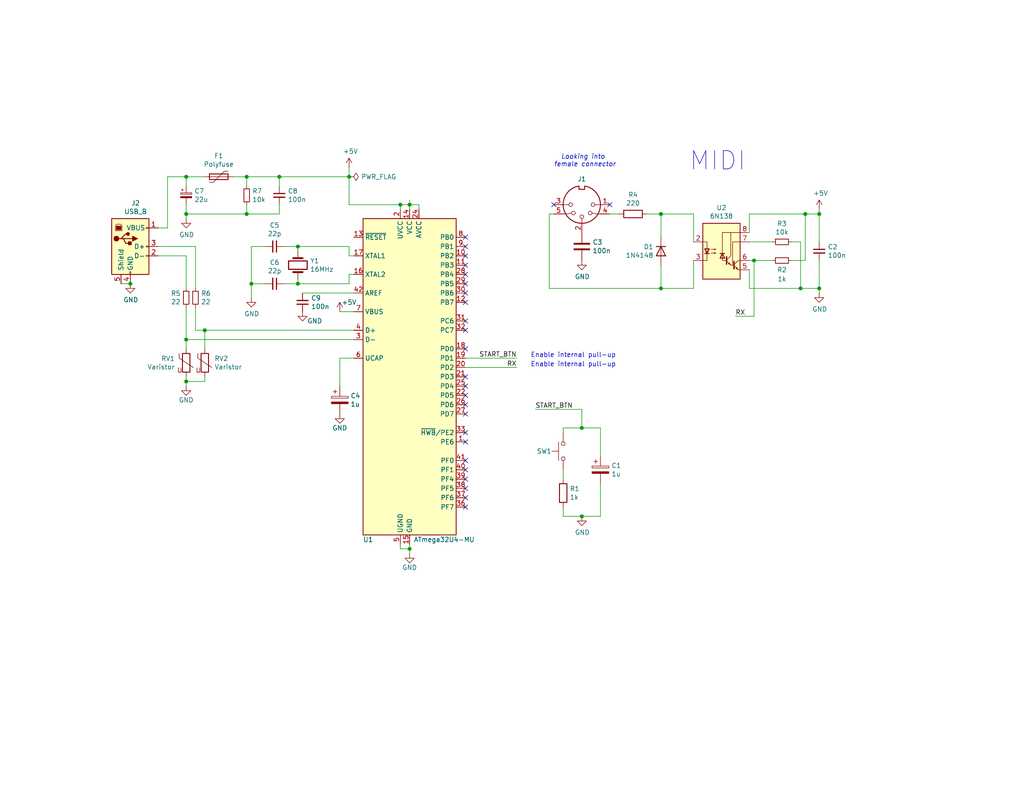
<source format=kicad_sch>
(kicad_sch (version 20211123) (generator eeschema)
  (paper "USLetter")
  (title_block (title "Rock Band 3 MIDI Adapter") (date "2021-10-26") (rev "1") (comment 1 "Designed By: Jason Carrete"))
  (lib_symbols
    (symbol "Connector:DIN-5_180degree" (pin_names (offset 1.016))
      (property "Reference" "J" (at 3.175 5.715 0))
      (property "Value" "DIN-5_180degree" (at 0 -6.35 0))
      (symbol "DIN-5_180degree_0_1"
        (arc (start -5.08 0) (mid -3.8597 -3.3379) (end -0.762 -5.08) (stroke (width 0.254)))
        (circle (center -3.048 0) (radius 0.508))
        (circle (center -2.286 2.286) (radius 0.508))
        (polyline (pts (xy -5.08 0) (xy -3.556 0)))
        (polyline (pts (xy 0 5.08) (xy 0 3.81)))
        (polyline (pts (xy 5.08 0) (xy 3.556 0)))
        (polyline (pts (xy -5.08 2.54) (xy -4.318 2.54) (xy -2.794 2.286)))
        (polyline (pts (xy 5.08 2.54) (xy 4.318 2.54) (xy 2.794 2.286)))
        (polyline (pts (xy -0.762 -4.953) (xy -0.762 -4.191) (xy 0.762 -4.191) (xy 0.762 -4.953)) (stroke (width 0.254)))
        (circle (center 0 3.302) (radius 0.508))
        (arc (start 0.762 -5.08) (mid 3.8673 -3.3444) (end 5.08 0) (stroke (width 0.254)))
        (circle (center 2.286 2.286) (radius 0.508))
        (circle (center 3.048 0) (radius 0.508))
        (arc (start 5.08 0) (mid 0 5.08) (end -5.08 0) (stroke (width 0.254)))
      )
      (symbol "DIN-5_180degree_1_1"
        (pin passive line (at -7.62 0 0) (length 2.54) (name "~") (number "1"))
        (pin passive line (at 0 7.62 270) (length 2.54) (name "~") (number "2"))
        (pin passive line (at 7.62 0 180) (length 2.54) (name "~") (number "3"))
        (pin passive line (at -7.62 2.54 0) (length 2.54) (name "~") (number "4"))
        (pin passive line (at 7.62 2.54 180) (length 2.54) (name "~") (number "5"))
      )
    )
    (symbol "Connector:USB_B" (pin_names (offset 1.016))
      (property "Reference" "J" (at -5.08 11.43 0))
      (property "Value" "USB_B" (at -5.08 8.89 0))
      (symbol "USB_B_0_1"
        (rectangle (start -5.08 -7.62) (end 5.08 7.62) (stroke (width 0.254)) (fill (type background)))
        (circle (center -3.81 2.159) (radius 0.635) (stroke (width 0.254)) (fill (type outline)))
        (rectangle (start -3.81 5.588) (end -2.54 4.572) (fill (type outline)))
        (circle (center -0.635 3.429) (radius 0.381) (stroke (width 0.254)) (fill (type outline)))
        (rectangle (start -0.127 -7.62) (end 0.127 -6.858))
        (polyline (pts (xy -1.905 2.159) (xy 0.635 2.159)) (stroke (width 0.254)))
        (polyline (pts (xy -3.175 2.159) (xy -2.54 2.159) (xy -1.27 3.429) (xy -0.635 3.429)) (stroke (width 0.254)))
        (polyline (pts (xy -2.54 2.159) (xy -1.905 2.159) (xy -1.27 0.889) (xy 0 0.889)) (stroke (width 0.254)))
        (polyline (pts (xy 0.635 2.794) (xy 0.635 1.524) (xy 1.905 2.159) (xy 0.635 2.794)) (stroke (width 0.254)) (fill (type outline)))
        (polyline (pts (xy -4.064 4.318) (xy -2.286 4.318) (xy -2.286 5.715) (xy -2.667 6.096) (xy -3.683 6.096) (xy -4.064 5.715) (xy -4.064 4.318)))
        (rectangle (start 0.254 1.27) (end -0.508 0.508) (stroke (width 0.254)) (fill (type outline)))
        (rectangle (start 5.08 -2.667) (end 4.318 -2.413))
        (rectangle (start 5.08 -0.127) (end 4.318 0.127))
        (rectangle (start 5.08 4.953) (end 4.318 5.207))
      )
      (symbol "USB_B_1_1"
        (pin power_out line (at 7.62 5.08 180) (length 2.54) (name "VBUS") (number "1"))
        (pin bidirectional line (at 7.62 -2.54 180) (length 2.54) (name "D-") (number "2"))
        (pin bidirectional line (at 7.62 0 180) (length 2.54) (name "D+") (number "3"))
        (pin power_out line (at 0 -10.16 90) (length 2.54) (name "GND") (number "4"))
        (pin passive line (at -2.54 -10.16 90) (length 2.54) (name "Shield") (number "5"))
      )
    )
    (symbol "Device:C" (pin_numbers hide) (pin_names (offset 0.254))
      (property "Reference" "C" (at 0.635 2.54 0))
      (property "Value" "C" (at 0.635 -2.54 0))
      (symbol "C_0_1"
        (polyline (pts (xy -2.032 -0.762) (xy 2.032 -0.762)) (stroke (width 0.508)))
        (polyline (pts (xy -2.032 0.762) (xy 2.032 0.762)) (stroke (width 0.508)))
      )
      (symbol "C_1_1"
        (pin passive line (at 0 3.81 270) (length 2.794) (name "~") (number "1"))
        (pin passive line (at 0 -3.81 90) (length 2.794) (name "~") (number "2"))
      )
    )
    (symbol "Device:CP" (pin_numbers hide) (pin_names (offset 0.254))
      (property "Reference" "C" (at 0.635 2.54 0))
      (property "Value" "Device_CP" (at 0.635 -2.54 0))
      (symbol "CP_0_1"
        (rectangle (start -2.286 0.508) (end 2.286 1.016))
        (polyline (pts (xy -1.778 2.286) (xy -0.762 2.286)))
        (polyline (pts (xy -1.27 2.794) (xy -1.27 1.778)))
        (rectangle (start 2.286 -0.508) (end -2.286 -1.016) (fill (type outline)))
      )
      (symbol "CP_1_1"
        (pin passive line (at 0 3.81 270) (length 2.794) (name "~") (number "1"))
        (pin passive line (at 0 -3.81 90) (length 2.794) (name "~") (number "2"))
      )
    )
    (symbol "Device:CP_Small" (pin_numbers hide) (pin_names (offset 0.254) hide)
      (property "Reference" "C" (at 0.254 1.778 0))
      (property "Value" "Device_CP_Small" (at 0.254 -2.032 0))
      (symbol "CP_Small_0_1"
        (rectangle (start -1.524 -0.3048) (end 1.524 -0.6858) (fill (type outline)))
        (rectangle (start -1.524 0.6858) (end 1.524 0.3048))
        (polyline (pts (xy -1.27 1.524) (xy -0.762 1.524)))
        (polyline (pts (xy -1.016 1.27) (xy -1.016 1.778)))
      )
      (symbol "CP_Small_1_1"
        (pin passive line (at 0 2.54 270) (length 1.8542) (name "~") (number "1"))
        (pin passive line (at 0 -2.54 90) (length 1.8542) (name "~") (number "2"))
      )
    )
    (symbol "Device:C_Small" (pin_numbers hide) (pin_names (offset 0.254) hide)
      (property "Reference" "C" (at 0.254 1.778 0))
      (property "Value" "C_Small" (at 0.254 -2.032 0))
      (symbol "C_Small_0_1"
        (polyline (pts (xy -1.524 -0.508) (xy 1.524 -0.508)) (stroke (width 0.3302)))
        (polyline (pts (xy -1.524 0.508) (xy 1.524 0.508)) (stroke (width 0.3048)))
      )
      (symbol "C_Small_1_1"
        (pin passive line (at 0 2.54 270) (length 2.032) (name "~") (number "1"))
        (pin passive line (at 0 -2.54 90) (length 2.032) (name "~") (number "2"))
      )
    )
    (symbol "Device:Crystal" (pin_numbers hide) (pin_names (offset 1.016) hide)
      (property "Reference" "Y" (at 0 3.81 0))
      (property "Value" "Crystal" (at 0 -3.81 0))
      (symbol "Crystal_0_1"
        (rectangle (start -1.143 2.54) (end 1.143 -2.54) (stroke (width 0.3048)))
        (polyline (pts (xy -2.54 0) (xy -1.905 0)))
        (polyline (pts (xy -1.905 -1.27) (xy -1.905 1.27)) (stroke (width 0.508)))
        (polyline (pts (xy 1.905 -1.27) (xy 1.905 1.27)) (stroke (width 0.508)))
        (polyline (pts (xy 2.54 0) (xy 1.905 0)))
      )
      (symbol "Crystal_1_1"
        (pin passive line (at -3.81 0 0) (length 1.27) (name "1") (number "1"))
        (pin passive line (at 3.81 0 180) (length 1.27) (name "2") (number "2"))
      )
    )
    (symbol "Device:Polyfuse" (pin_numbers hide) (pin_names (offset 0))
      (property "Reference" "F" (at -2.54 0 90))
      (property "Value" "Polyfuse" (at 2.54 0 90))
      (symbol "Polyfuse_0_1"
        (rectangle (start -0.762 2.54) (end 0.762 -2.54) (stroke (width 0.254)))
        (polyline (pts (xy 0 2.54) (xy 0 -2.54)))
        (polyline (pts (xy -1.524 2.54) (xy -1.524 1.524) (xy 1.524 -1.524) (xy 1.524 -2.54)))
      )
      (symbol "Polyfuse_1_1"
        (pin passive line (at 0 3.81 270) (length 1.27) (name "~") (number "1"))
        (pin passive line (at 0 -3.81 90) (length 1.27) (name "~") (number "2"))
      )
    )
    (symbol "Device:R" (pin_numbers hide) (pin_names (offset 0))
      (property "Reference" "R" (at 2.032 0 90))
      (property "Value" "R" (at 0 0 90))
      (symbol "R_0_1"
        (rectangle (start -1.016 -2.54) (end 1.016 2.54) (stroke (width 0.254)))
      )
      (symbol "R_1_1"
        (pin passive line (at 0 3.81 270) (length 1.27) (name "~") (number "1"))
        (pin passive line (at 0 -3.81 90) (length 1.27) (name "~") (number "2"))
      )
    )
    (symbol "Device:R_Small" (pin_numbers hide) (pin_names (offset 0.254) hide)
      (property "Reference" "R" (at 0.762 0.508 0))
      (property "Value" "R_Small" (at 0.762 -1.016 0))
      (symbol "R_Small_0_1"
        (rectangle (start -0.762 1.778) (end 0.762 -1.778) (stroke (width 0.2032)))
      )
      (symbol "R_Small_1_1"
        (pin passive line (at 0 2.54 270) (length 0.762) (name "~") (number "1"))
        (pin passive line (at 0 -2.54 90) (length 0.762) (name "~") (number "2"))
      )
    )
    (symbol "Device:Varistor" (pin_numbers hide) (pin_names (offset 0))
      (property "Reference" "RV" (at 3.175 0 90))
      (property "Value" "Varistor" (at -3.175 0 90))
      (symbol "Varistor_0_0"
        (text "U" (at -1.778 -2.032 0) (effects (font (size 1.27 1.27))))
      )
      (symbol "Varistor_0_1"
        (rectangle (start -1.016 -2.54) (end 1.016 2.54) (stroke (width 0.254)))
        (polyline (pts (xy -1.905 2.54) (xy -1.905 1.27) (xy 1.905 -1.27)))
      )
      (symbol "Varistor_1_1"
        (pin passive line (at 0 3.81 270) (length 1.27) (name "~") (number "1"))
        (pin passive line (at 0 -3.81 90) (length 1.27) (name "~") (number "2"))
      )
    )
    (symbol "Diode:1N4148" (pin_numbers hide) (pin_names (offset 1.016) hide)
      (property "Reference" "D" (at 0 2.54 0))
      (property "Value" "1N4148" (at 0 -2.54 0))
      (symbol "1N4148_0_1"
        (polyline (pts (xy -1.27 1.27) (xy -1.27 -1.27)) (stroke (width 0.254)))
        (polyline (pts (xy 1.27 0) (xy -1.27 0)))
        (polyline (pts (xy 1.27 1.27) (xy 1.27 -1.27) (xy -1.27 0) (xy 1.27 1.27)) (stroke (width 0.254)))
      )
      (symbol "1N4148_1_1"
        (pin passive line (at -3.81 0 0) (length 2.54) (name "K") (number "1"))
        (pin passive line (at 3.81 0 180) (length 2.54) (name "A") (number "2"))
      )
    )
    (symbol "Isolator:6N138" (pin_names (offset 1.016) hide)
      (property "Reference" "U" (at -4.064 8.89 0))
      (property "Value" "6N138" (at 2.286 8.89 0))
      (symbol "6N138_0_1"
        (rectangle (start -5.08 7.62) (end 5.08 -7.62) (stroke (width 0.254)) (fill (type background)))
        (polyline (pts (xy -4.572 -0.635) (xy -3.302 -0.635)) (stroke (width 0.254)))
        (polyline (pts (xy 0.889 -0.635) (xy -0.381 -0.635)) (stroke (width 0.254)))
        (polyline (pts (xy 1.397 -2.667) (xy 2.54 -3.81)))
        (polyline (pts (xy 1.397 -2.413) (xy 2.54 -1.27)))
        (polyline (pts (xy 2.54 -3.81) (xy 3.175 -3.81)))
        (polyline (pts (xy 3.429 -3.937) (xy 4.572 -5.08)))
        (polyline (pts (xy 3.429 -3.683) (xy 4.572 -2.54)))
        (polyline (pts (xy 4.572 -5.08) (xy 5.08 -5.08)))
        (polyline (pts (xy 4.572 -2.54) (xy 5.08 -2.54)))
        (polyline (pts (xy 1.397 -1.524) (xy 1.397 -3.556) (xy 1.397 -3.556)) (stroke (width 0.3556)))
        (polyline (pts (xy 2.54 -1.27) (xy 2.54 5.08) (xy 5.08 5.08)))
        (polyline (pts (xy 3.429 -2.794) (xy 3.429 -4.826) (xy 3.429 -4.826)) (stroke (width 0.3556)))
        (polyline (pts (xy 5.08 2.54) (xy 3.048 2.54) (xy 3.048 -3.81)))
        (polyline (pts (xy -5.08 -2.54) (xy -3.937 -2.54) (xy -3.937 2.54) (xy -5.08 2.54)))
        (polyline (pts (xy -3.937 -0.635) (xy -4.572 0.635) (xy -3.302 0.635) (xy -3.937 -0.635)) (stroke (width 0.254)))
        (polyline (pts (xy 0.254 -0.635) (xy 0.889 -1.905) (xy -0.381 -1.905) (xy 0.254 -0.635)) (stroke (width 0.254)))
        (polyline (pts (xy 1.27 -2.54) (xy 0.254 -2.54) (xy 0.254 5.08) (xy 2.54 5.08)))
        (polyline (pts (xy 2.413 -3.683) (xy 2.159 -3.175) (xy 1.905 -3.429) (xy 2.413 -3.683)))
        (polyline (pts (xy 4.445 -4.953) (xy 4.191 -4.445) (xy 3.937 -4.699) (xy 4.445 -4.953)))
        (polyline (pts (xy -2.794 -0.508) (xy -1.524 -0.508) (xy -1.905 -0.635) (xy -1.905 -0.381) (xy -1.524 -0.508)))
        (polyline (pts (xy -2.794 0.508) (xy -1.524 0.508) (xy -1.905 0.381) (xy -1.905 0.635) (xy -1.524 0.508)))
      )
      (symbol "6N138_1_1"
        (pin no_connect line (at -5.08 5.08 0) (length 2.54) hide (name "NC") (number "1"))
        (pin passive line (at -7.62 2.54 0) (length 2.54) (name "C1") (number "2"))
        (pin passive line (at -7.62 -2.54 0) (length 2.54) (name "C2") (number "3"))
        (pin no_connect line (at -5.08 -5.08 0) (length 2.54) hide (name "NC") (number "4"))
        (pin passive line (at 7.62 -5.08 180) (length 2.54) (name "GND") (number "5"))
        (pin passive line (at 7.62 -2.54 180) (length 2.54) (name "VO2") (number "6"))
        (pin passive line (at 7.62 2.54 180) (length 2.54) (name "VO1") (number "7"))
        (pin passive line (at 7.62 5.08 180) (length 2.54) (name "VCC") (number "8"))
      )
    )
    (symbol "MCU_Microchip_ATmega:ATmega32U4-MU"
      (property "Reference" "U" (at -12.7 44.45 0))
      (property "Value" "MCU_Microchip_ATmega_ATmega32U4-MU" (at 2.54 -44.45 0))
      (symbol "ATmega32U4-MU_0_1"
        (rectangle (start -12.7 -43.18) (end 12.7 43.18) (stroke (width 0.254)) (fill (type background)))
      )
      (symbol "ATmega32U4-MU_1_1"
        (pin bidirectional line (at 15.24 -17.78 180) (length 2.54) (name "PE6") (number "1"))
        (pin bidirectional line (at 15.24 33.02 180) (length 2.54) (name "PB2") (number "10"))
        (pin bidirectional line (at 15.24 30.48 180) (length 2.54) (name "PB3") (number "11"))
        (pin bidirectional line (at 15.24 20.32 180) (length 2.54) (name "PB7") (number "12"))
        (pin input line (at -15.24 38.1 0) (length 2.54) (name "~{RESET}") (number "13"))
        (pin power_in line (at 0 45.72 270) (length 2.54) (name "VCC") (number "14"))
        (pin power_in line (at 0 -45.72 90) (length 2.54) (name "GND") (number "15"))
        (pin output line (at -15.24 27.94 0) (length 2.54) (name "XTAL2") (number "16"))
        (pin input line (at -15.24 33.02 0) (length 2.54) (name "XTAL1") (number "17"))
        (pin bidirectional line (at 15.24 7.62 180) (length 2.54) (name "PD0") (number "18"))
        (pin bidirectional line (at 15.24 5.08 180) (length 2.54) (name "PD1") (number "19"))
        (pin power_in line (at -2.54 45.72 270) (length 2.54) (name "UVCC") (number "2"))
        (pin bidirectional line (at 15.24 2.54 180) (length 2.54) (name "PD2") (number "20"))
        (pin bidirectional line (at 15.24 0 180) (length 2.54) (name "PD3") (number "21"))
        (pin bidirectional line (at 15.24 -5.08 180) (length 2.54) (name "PD5") (number "22"))
        (pin passive line (at 0 -45.72 90) (length 2.54) hide (name "GND") (number "23"))
        (pin power_in line (at 2.54 45.72 270) (length 2.54) (name "AVCC") (number "24"))
        (pin bidirectional line (at 15.24 -2.54 180) (length 2.54) (name "PD4") (number "25"))
        (pin bidirectional line (at 15.24 -7.62 180) (length 2.54) (name "PD6") (number "26"))
        (pin bidirectional line (at 15.24 -10.16 180) (length 2.54) (name "PD7") (number "27"))
        (pin bidirectional line (at 15.24 27.94 180) (length 2.54) (name "PB4") (number "28"))
        (pin bidirectional line (at 15.24 25.4 180) (length 2.54) (name "PB5") (number "29"))
        (pin bidirectional line (at -15.24 10.16 0) (length 2.54) (name "D-") (number "3"))
        (pin bidirectional line (at 15.24 22.86 180) (length 2.54) (name "PB6") (number "30"))
        (pin bidirectional line (at 15.24 15.24 180) (length 2.54) (name "PC6") (number "31"))
        (pin bidirectional line (at 15.24 12.7 180) (length 2.54) (name "PC7") (number "32"))
        (pin bidirectional line (at 15.24 -15.24 180) (length 2.54) (name "~{HWB}/PE2") (number "33"))
        (pin passive line (at 0 45.72 270) (length 2.54) hide (name "VCC") (number "34"))
        (pin passive line (at 0 -45.72 90) (length 2.54) hide (name "GND") (number "35"))
        (pin bidirectional line (at 15.24 -35.56 180) (length 2.54) (name "PF7") (number "36"))
        (pin bidirectional line (at 15.24 -33.02 180) (length 2.54) (name "PF6") (number "37"))
        (pin bidirectional line (at 15.24 -30.48 180) (length 2.54) (name "PF5") (number "38"))
        (pin bidirectional line (at 15.24 -27.94 180) (length 2.54) (name "PF4") (number "39"))
        (pin bidirectional line (at -15.24 12.7 0) (length 2.54) (name "D+") (number "4"))
        (pin bidirectional line (at 15.24 -25.4 180) (length 2.54) (name "PF1") (number "40"))
        (pin bidirectional line (at 15.24 -22.86 180) (length 2.54) (name "PF0") (number "41"))
        (pin passive line (at -15.24 22.86 0) (length 2.54) (name "AREF") (number "42"))
        (pin passive line (at 0 -45.72 90) (length 2.54) hide (name "GND") (number "43"))
        (pin passive line (at 2.54 45.72 270) (length 2.54) hide (name "AVCC") (number "44"))
        (pin passive line (at 0 -45.72 90) (length 2.54) hide (name "GND") (number "45"))
        (pin passive line (at -2.54 -45.72 90) (length 2.54) (name "UGND") (number "5"))
        (pin passive line (at -15.24 5.08 0) (length 2.54) (name "UCAP") (number "6"))
        (pin input line (at -15.24 17.78 0) (length 2.54) (name "VBUS") (number "7"))
        (pin bidirectional line (at 15.24 38.1 180) (length 2.54) (name "PB0") (number "8"))
        (pin bidirectional line (at 15.24 35.56 180) (length 2.54) (name "PB1") (number "9"))
      )
    )
    (symbol "Switch:SW_Push" (pin_numbers hide) (pin_names (offset 1.016) hide)
      (property "Reference" "SW" (at 1.27 2.54 0))
      (property "Value" "SW_Push" (at 0 -1.524 0))
      (symbol "SW_Push_0_1"
        (circle (center -2.032 0) (radius 0.508))
        (polyline (pts (xy 0 1.27) (xy 0 3.048)))
        (polyline (pts (xy 2.54 1.27) (xy -2.54 1.27)))
        (circle (center 2.032 0) (radius 0.508))
        (pin passive line (at -5.08 0 0) (length 2.54) (name "1") (number "1"))
        (pin passive line (at 5.08 0 180) (length 2.54) (name "2") (number "2"))
      )
    )
    (symbol "power:+5V" (power) (pin_names (offset 0))
      (property "Value" "+5V" (at 0 3.556 0))
      (symbol "+5V_0_1"
        (polyline (pts (xy -0.762 1.27) (xy 0 2.54)))
        (polyline (pts (xy 0 0) (xy 0 2.54)))
        (polyline (pts (xy 0 2.54) (xy 0.762 1.27)))
      )
      (symbol "+5V_1_1"
        (pin power_in line (at 0 0 90) (length 0) hide (name "+5V") (number "1"))
      )
    )
    (symbol "power:GND" (power) (pin_names (offset 0))
      (property "Value" "GND" (at 0 -3.81 0))
      (symbol "GND_0_1"
        (polyline (pts (xy 0 0) (xy 0 -1.27) (xy 1.27 -1.27) (xy 0 -2.54) (xy -1.27 -1.27) (xy 0 -1.27)))
      )
      (symbol "GND_1_1"
        (pin power_in line (at 0 0 270) (length 0) hide (name "GND") (number "1"))
      )
    )
    (symbol "power:PWR_FLAG" (power) (pin_numbers hide) (pin_names (offset 0) hide)
      (property "Value" "PWR_FLAG" (at 0 3.81 0))
      (symbol "PWR_FLAG_0_0"
        (pin power_out line (at 0 0 90) (length 0) (name "pwr") (number "1"))
      )
      (symbol "PWR_FLAG_0_1"
        (polyline (pts (xy 0 0) (xy 0 1.27) (xy -1.016 1.905) (xy 0 2.54) (xy 1.016 1.905) (xy 0 1.27)))
      )
    )
  )
  (junction (at 180.34 78.74))
  (junction (at 35.56 77.47))
  (junction (at 219.71 58.42))
  (junction (at 223.52 58.42))
  (junction (at 55.88 90.17))
  (junction (at 111.76 149.86))
  (junction (at 50.8 48.26))
  (junction (at 50.8 104.14))
  (junction (at 111.76 55.88))
  (junction (at 158.75 140.97))
  (junction (at 81.28 67.31))
  (junction (at 218.44 78.74))
  (junction (at 76.2 48.26))
  (junction (at 67.31 48.26))
  (junction (at 81.28 77.47))
  (junction (at 205.74 71.12))
  (junction (at 67.31 58.42))
  (junction (at 223.52 78.74))
  (junction (at 109.22 55.88))
  (junction (at 180.34 58.42))
  (junction (at 50.8 92.71))
  (junction (at 95.25 48.26))
  (junction (at 68.58 77.47))
  (junction (at 50.8 58.42))
  (junction (at 158.75 116.84))
  (no_connect (at 127 67.31))
  (no_connect (at 127 69.85))
  (no_connect (at 127 118.11))
  (no_connect (at 127 125.73))
  (no_connect (at 127 113.03))
  (no_connect (at 127 82.55))
  (no_connect (at 127 77.47))
  (no_connect (at 127 128.27))
  (no_connect (at 127 135.89))
  (no_connect (at 166.37 55.88))
  (no_connect (at 127 74.93))
  (no_connect (at 127 95.25))
  (no_connect (at 127 105.41))
  (no_connect (at 151.13 55.88))
  (no_connect (at 127 138.43))
  (no_connect (at 127 90.17))
  (no_connect (at 127 130.81))
  (no_connect (at 127 80.01))
  (no_connect (at 127 133.35))
  (no_connect (at 127 107.95))
  (no_connect (at 127 120.65))
  (no_connect (at 127 64.77))
  (no_connect (at 127 102.87))
  (no_connect (at 127 72.39))
  (no_connect (at 127 87.63))
  (no_connect (at 127 110.49))
  (wire (pts (xy 205.74 71.12) (xy 205.74 86.36)))
  (wire (pts (xy 189.23 71.12) (xy 189.23 78.74)))
  (wire (pts (xy 163.83 116.84) (xy 163.83 124.46)))
  (wire (pts (xy 92.71 85.09) (xy 96.52 85.09)))
  (wire (pts (xy 81.28 67.31) (xy 95.25 67.31)))
  (wire (pts (xy 53.34 83.82) (xy 53.34 90.17)))
  (wire (pts (xy 149.86 78.74) (xy 180.34 78.74)))
  (wire (pts (xy 95.25 48.26) (xy 95.25 55.88)))
  (wire (pts (xy 50.8 55.88) (xy 50.8 58.42)))
  (wire (pts (xy 189.23 66.04) (xy 189.23 58.42)))
  (wire (pts (xy 204.47 63.5) (xy 204.47 58.42)))
  (wire (pts (xy 153.67 138.43) (xy 153.67 140.97)))
  (wire (pts (xy 109.22 55.88) (xy 109.22 57.15)))
  (wire (pts (xy 114.3 55.88) (xy 114.3 57.15)))
  (wire (pts (xy 45.72 48.26) (xy 45.72 62.23)))
  (wire (pts (xy 111.76 148.59) (xy 111.76 149.86)))
  (wire (pts (xy 163.83 140.97) (xy 158.75 140.97)))
  (wire (pts (xy 72.39 67.31) (xy 68.58 67.31)))
  (wire (pts (xy 111.76 55.88) (xy 114.3 55.88)))
  (wire (pts (xy 55.88 90.17) (xy 96.52 90.17)))
  (wire (pts (xy 223.52 78.74) (xy 218.44 78.74)))
  (wire (pts (xy 63.5 48.26) (xy 67.31 48.26)))
  (wire (pts (xy 50.8 58.42) (xy 67.31 58.42)))
  (wire (pts (xy 205.74 71.12) (xy 210.82 71.12)))
  (wire (pts (xy 68.58 67.31) (xy 68.58 77.47)))
  (wire (pts (xy 189.23 58.42) (xy 180.34 58.42)))
  (wire (pts (xy 204.47 73.66) (xy 204.47 78.74)))
  (wire (pts (xy 50.8 59.69) (xy 50.8 58.42)))
  (wire (pts (xy 223.52 71.12) (xy 223.52 78.74)))
  (wire (pts (xy 96.52 80.01) (xy 82.55 80.01)))
  (wire (pts (xy 45.72 48.26) (xy 50.8 48.26)))
  (wire (pts (xy 111.76 55.88) (xy 111.76 57.15)))
  (wire (pts (xy 168.91 58.42) (xy 166.37 58.42)))
  (wire (pts (xy 127 97.79) (xy 140.97 97.79)))
  (wire (pts (xy 223.52 58.42) (xy 223.52 66.04)))
  (wire (pts (xy 218.44 66.04) (xy 218.44 78.74)))
  (wire (pts (xy 53.34 90.17) (xy 55.88 90.17)))
  (wire (pts (xy 50.8 48.26) (xy 55.88 48.26)))
  (wire (pts (xy 109.22 149.86) (xy 109.22 148.59)))
  (wire (pts (xy 180.34 72.39) (xy 180.34 78.74)))
  (wire (pts (xy 76.2 50.8) (xy 76.2 48.26)))
  (wire (pts (xy 50.8 69.85) (xy 43.18 69.85)))
  (wire (pts (xy 92.71 105.41) (xy 92.71 97.79)))
  (wire (pts (xy 81.28 77.47) (xy 95.25 77.47)))
  (wire (pts (xy 111.76 149.86) (xy 109.22 149.86)))
  (wire (pts (xy 95.25 77.47) (xy 95.25 74.93)))
  (wire (pts (xy 50.8 105.41) (xy 50.8 104.14)))
  (wire (pts (xy 163.83 132.08) (xy 163.83 140.97)))
  (wire (pts (xy 95.25 67.31) (xy 95.25 69.85)))
  (wire (pts (xy 158.75 116.84) (xy 158.75 111.76)))
  (wire (pts (xy 43.18 67.31) (xy 53.34 67.31)))
  (wire (pts (xy 149.86 58.42) (xy 149.86 78.74)))
  (wire (pts (xy 204.47 78.74) (xy 218.44 78.74)))
  (wire (pts (xy 55.88 104.14) (xy 55.88 102.87)))
  (wire (pts (xy 223.52 57.15) (xy 223.52 58.42)))
  (wire (pts (xy 76.2 58.42) (xy 76.2 55.88)))
  (wire (pts (xy 204.47 66.04) (xy 210.82 66.04)))
  (wire (pts (xy 153.67 118.11) (xy 153.67 116.84)))
  (wire (pts (xy 223.52 80.01) (xy 223.52 78.74)))
  (wire (pts (xy 95.25 45.72) (xy 95.25 48.26)))
  (wire (pts (xy 189.23 78.74) (xy 180.34 78.74)))
  (wire (pts (xy 95.25 69.85) (xy 96.52 69.85)))
  (wire (pts (xy 68.58 77.47) (xy 68.58 81.28)))
  (wire (pts (xy 67.31 48.26) (xy 76.2 48.26)))
  (wire (pts (xy 45.72 62.23) (xy 43.18 62.23)))
  (wire (pts (xy 151.13 58.42) (xy 149.86 58.42)))
  (wire (pts (xy 67.31 58.42) (xy 76.2 58.42)))
  (wire (pts (xy 72.39 77.47) (xy 68.58 77.47)))
  (wire (pts (xy 95.25 55.88) (xy 109.22 55.88)))
  (wire (pts (xy 140.97 100.33) (xy 127 100.33)))
  (wire (pts (xy 153.67 116.84) (xy 158.75 116.84)))
  (wire (pts (xy 50.8 50.8) (xy 50.8 48.26)))
  (wire (pts (xy 50.8 92.71) (xy 50.8 83.82)))
  (wire (pts (xy 158.75 116.84) (xy 163.83 116.84)))
  (wire (pts (xy 215.9 66.04) (xy 218.44 66.04)))
  (wire (pts (xy 219.71 58.42) (xy 223.52 58.42)))
  (wire (pts (xy 205.74 86.36) (xy 200.66 86.36)))
  (wire (pts (xy 111.76 149.86) (xy 111.76 151.13)))
  (wire (pts (xy 33.02 77.47) (xy 35.56 77.47)))
  (wire (pts (xy 53.34 67.31) (xy 53.34 78.74)))
  (wire (pts (xy 176.53 58.42) (xy 180.34 58.42)))
  (wire (pts (xy 158.75 111.76) (xy 146.05 111.76)))
  (wire (pts (xy 180.34 64.77) (xy 180.34 58.42)))
  (wire (pts (xy 215.9 71.12) (xy 219.71 71.12)))
  (wire (pts (xy 111.76 55.88) (xy 109.22 55.88)))
  (wire (pts (xy 76.2 48.26) (xy 95.25 48.26)))
  (wire (pts (xy 67.31 48.26) (xy 67.31 50.8)))
  (wire (pts (xy 50.8 102.87) (xy 50.8 104.14)))
  (wire (pts (xy 95.25 74.93) (xy 96.52 74.93)))
  (wire (pts (xy 111.76 54.61) (xy 111.76 55.88)))
  (wire (pts (xy 77.47 77.47) (xy 81.28 77.47)))
  (wire (pts (xy 158.75 140.97) (xy 153.67 140.97)))
  (wire (pts (xy 92.71 97.79) (xy 96.52 97.79)))
  (wire (pts (xy 153.67 128.27) (xy 153.67 130.81)))
  (wire (pts (xy 96.52 92.71) (xy 50.8 92.71)))
  (wire (pts (xy 55.88 95.25) (xy 55.88 90.17)))
  (wire (pts (xy 81.28 76.2) (xy 81.28 77.47)))
  (wire (pts (xy 219.71 71.12) (xy 219.71 58.42)))
  (wire (pts (xy 81.28 68.58) (xy 81.28 67.31)))
  (wire (pts (xy 50.8 78.74) (xy 50.8 69.85)))
  (wire (pts (xy 204.47 58.42) (xy 219.71 58.42)))
  (wire (pts (xy 50.8 92.71) (xy 50.8 95.25)))
  (wire (pts (xy 50.8 104.14) (xy 55.88 104.14)))
  (wire (pts (xy 67.31 55.88) (xy 67.31 58.42)))
  (wire (pts (xy 77.47 67.31) (xy 81.28 67.31)))
  (wire (pts (xy 204.47 71.12) (xy 205.74 71.12)))
  (text "MIDI" (at 187.96 46.99 0) (effects (font (size 5.0038 5.0038)) (justify left bottom)))
  (text "Enable internal pull-up" (at 144.78 100.33 0) (effects (font (size 1.27 1.27)) (justify left bottom)))
  (text "  Looking into\nfemale connector" (at 151.13 45.72 0) (effects (font (size 1.27 1.27) italic) (justify left bottom)))
  (text "Enable internal pull-up" (at 144.78 97.79 0) (effects (font (size 1.27 1.27)) (justify left bottom)))
  (label "RX" (at 140.97 100.33 180))
  (label "RX" (at 200.66 86.36 0))
  (label "START_BTN" (at 140.97 97.79 180))
  (label "START_BTN" (at 146.05 111.76 0))
  (symbol (lib_id "MCU_Microchip_ATmega:ATmega32U4-MU") (at 111.76 102.87 0) (unit 1)
    (property "Reference" "U1" (at 99.06 147.32 0) (effects (justify left)))
    (property "Value" "ATmega32U4-MU" (at 129.54 147.32 0) (effects (justify right)))
    (property "Footprint" "Package_QFP:TQFP-44_10x10mm_P0.8mm" (effects hide))
    (property "Datasheet" "http://ww1.microchip.com/downloads/en/DeviceDoc/Atmel-7766-8-bit-AVR-ATmega16U4-32U4_Datasheet.pdf" (effects hide))
  )
  (symbol (lib_id "Device:R") (at 153.67 134.62 0) (unit 1)
    (property "Reference" "R1" (at 155.448 133.4516 0) (effects (justify left)))
    (property "Value" "1k" (at 155.448 135.763 0) (effects (justify left)))
    (property "Footprint" "Resistor_THT:R_Axial_DIN0204_L3.6mm_D1.6mm_P5.08mm_Horizontal" (effects hide))
  )
  (symbol (lib_id "Switch:SW_Push") (at 153.67 123.19 90) (unit 1)
    (property "Reference" "SW1" (at 146.431 123.19 90) (effects (justify right)))
    (property "Value" "SW_Push" (effects hide))
    (property "Footprint" "Button_Switch_THT:SW_PUSH_6mm_H8mm" (effects hide))
  )
  (symbol (lib_id "power:GND") (at 111.76 151.13 0) (unit 1)
    (property "Reference" "#PWR0101" (effects hide))
    (property "Value" "GND" (at 111.76 154.94 0))
  )
  (symbol (lib_id "Device:CP") (at 163.83 128.27 0) (unit 1)
    (property "Reference" "C1" (at 166.8272 127.1016 0) (effects (justify left)))
    (property "Value" "1u" (at 166.8272 129.413 0) (effects (justify left)))
    (property "Footprint" "Capacitor_THT:CP_Radial_D4.0mm_P1.50mm" (effects hide))
  )
  (symbol (lib_id "power:GND") (at 158.75 140.97 0) (unit 1)
    (property "Reference" "#PWR0102" (effects hide))
    (property "Value" "GND" (at 158.877 145.3642 0))
  )
  (symbol (lib_id "Connector:DIN-5_180degree") (at 158.75 55.88 180) (unit 1)
    (property "Reference" "J1" (at 158.75 48.895 0))
    (property "Value" "DIN-5_180degree" (effects hide))
    (property "Footprint" "Eurocad:MIDI_DIN5" (effects hide))
    (property "Datasheet" "http://www.mouser.com/ds/2/18/40_c091_abd_e-75918.pdf" (effects hide))
  )
  (symbol (lib_id "power:+5V") (at 95.25 45.72 0) (unit 1)
    (property "Reference" "#PWR0104" (effects hide))
    (property "Value" "+5V" (at 95.631 41.3258 0))
  )
  (symbol (lib_id "Isolator:6N138") (at 196.85 68.58 0) (unit 1)
    (property "Reference" "U2" (at 196.85 56.7182 0))
    (property "Value" "6N138" (at 196.85 59.0296 0))
    (property "Footprint" "Package_DIP:DIP-8_W7.62mm_LongPads" (effects hide))
    (property "Datasheet" "http://www.onsemi.com/pub/Collateral/HCPL2731-D.pdf" (effects hide))
  )
  (symbol (lib_id "Device:R_Small") (at 213.36 66.04 90) (unit 1)
    (property "Reference" "R3" (at 213.36 61.0616 90))
    (property "Value" "10k" (at 213.36 63.373 90))
    (property "Footprint" "Resistor_THT:R_Axial_DIN0204_L3.6mm_D1.6mm_P5.08mm_Horizontal" (effects hide))
  )
  (symbol (lib_id "power:GND") (at 223.52 80.01 0) (unit 1)
    (property "Reference" "#PWR0106" (effects hide))
    (property "Value" "GND" (at 223.647 84.4042 0))
  )
  (symbol (lib_id "Device:C_Small") (at 223.52 68.58 0) (unit 1)
    (property "Reference" "C2" (at 225.8568 67.4116 0) (effects (justify left)))
    (property "Value" "100n" (at 225.8568 69.723 0) (effects (justify left)))
    (property "Footprint" "Capacitor_THT:C_Disc_D3.0mm_W1.6mm_P2.50mm" (effects hide))
  )
  (symbol (lib_id "Connector:USB_B") (at 35.56 67.31 0) (unit 1)
    (property "Reference" "J2" (at 37.0078 55.4482 0))
    (property "Value" "USB_B" (at 37.0078 57.7596 0))
    (property "Footprint" "Connector_USB:USB_B_OST_USB-B1HSxx_Horizontal" (effects hide))
    (property "Datasheet" " ~" (effects hide))
  )
  (symbol (lib_id "Device:C") (at 158.75 67.31 0) (unit 1)
    (property "Reference" "C3" (at 161.671 66.1416 0) (effects (justify left)))
    (property "Value" "100n" (at 161.671 68.453 0) (effects (justify left)))
    (property "Footprint" "Capacitor_THT:C_Disc_D3.0mm_W1.6mm_P2.50mm" (effects hide))
  )
  (symbol (lib_id "Diode:1N4148") (at 180.34 68.58 270) (unit 1)
    (property "Reference" "D1" (at 178.308 67.4116 90) (effects (justify right)))
    (property "Value" "1N4148" (at 178.308 69.723 90) (effects (justify right)))
    (property "Footprint" "Diode_THT:D_DO-35_SOD27_P7.62mm_Horizontal" (effects hide))
    (property "Datasheet" "https://assets.nexperia.com/documents/data-sheet/1N4148_1N4448.pdf" (effects hide))
  )
  (symbol (lib_id "Device:R_Small") (at 213.36 71.12 270) (unit 1)
    (property "Reference" "R2" (at 213.36 73.66 90))
    (property "Value" "1k" (at 213.36 76.2 90))
    (property "Footprint" "Resistor_THT:R_Axial_DIN0204_L3.6mm_D1.6mm_P5.08mm_Horizontal" (effects hide))
  )
  (symbol (lib_id "power:GND") (at 35.56 77.47 0) (unit 1)
    (property "Reference" "#PWR0107" (effects hide))
    (property "Value" "GND" (at 35.687 81.8642 0))
  )
  (symbol (lib_id "power:GND") (at 158.75 71.12 0) (unit 1)
    (property "Reference" "#PWR0103" (effects hide))
    (property "Value" "GND" (at 158.877 75.5142 0))
  )
  (symbol (lib_id "power:+5V") (at 223.52 57.15 0) (unit 1)
    (property "Reference" "#PWR0105" (effects hide))
    (property "Value" "+5V" (at 223.901 52.7558 0))
  )
  (symbol (lib_id "Device:R") (at 172.72 58.42 90) (unit 1)
    (property "Reference" "R4" (at 172.72 53.1622 90))
    (property "Value" "220" (at 172.72 55.4736 90))
    (property "Footprint" "Resistor_THT:R_Axial_DIN0204_L3.6mm_D1.6mm_P5.08mm_Horizontal" (effects hide))
  )
  (symbol (lib_id "Device:CP") (at 92.71 109.22 0) (unit 1)
    (property "Reference" "C4" (at 95.631 108.0516 0) (effects (justify left)))
    (property "Value" "1u" (at 95.631 110.363 0) (effects (justify left)))
    (property "Footprint" "Capacitor_THT:CP_Radial_D4.0mm_P1.50mm" (effects hide))
  )
  (symbol (lib_id "power:GND") (at 92.71 113.03 0) (unit 1)
    (property "Reference" "#PWR0108" (effects hide))
    (property "Value" "GND" (at 92.71 116.84 0))
  )
  (symbol (lib_id "Device:R_Small") (at 50.8 81.28 0) (unit 1)
    (property "Reference" "R5" (at 49.3014 80.1116 0) (effects (justify right)))
    (property "Value" "22" (at 49.3014 82.423 0) (effects (justify right)))
    (property "Footprint" "Resistor_THT:R_Axial_DIN0204_L3.6mm_D1.6mm_P5.08mm_Horizontal" (effects hide))
  )
  (symbol (lib_id "Device:R_Small") (at 53.34 81.28 0) (unit 1)
    (property "Reference" "R6" (at 54.8386 80.1116 0) (effects (justify left)))
    (property "Value" "22" (at 54.8386 82.423 0) (effects (justify left)))
    (property "Footprint" "Resistor_THT:R_Axial_DIN0204_L3.6mm_D1.6mm_P5.08mm_Horizontal" (effects hide))
  )
  (symbol (lib_id "Device:Polyfuse") (at 59.69 48.26 270) (unit 1)
    (property "Reference" "F1" (at 59.69 42.545 90))
    (property "Value" "Polyfuse" (at 59.69 44.8564 90))
  )
  (symbol (lib_id "Device:Crystal") (at 81.28 72.39 270) (unit 1)
    (property "Reference" "Y1" (at 84.582 71.2216 90) (effects (justify left)))
    (property "Value" "16MHz" (at 84.582 73.533 90) (effects (justify left)))
    (property "Footprint" "Crystal:Crystal_HC49-4H_Vertical" (effects hide))
  )
  (symbol (lib_id "power:GND") (at 68.58 81.28 0) (unit 1)
    (property "Reference" "#PWR0109" (effects hide))
    (property "Value" "GND" (at 68.707 85.6742 0))
  )
  (symbol (lib_id "Device:C_Small") (at 74.93 77.47 270) (unit 1)
    (property "Reference" "C6" (at 74.93 71.6534 90))
    (property "Value" "22p" (at 74.93 73.9648 90))
    (property "Footprint" "Capacitor_THT:C_Disc_D3.0mm_W1.6mm_P2.50mm" (effects hide))
  )
  (symbol (lib_id "Device:C_Small") (at 74.93 67.31 270) (unit 1)
    (property "Reference" "C5" (at 74.93 61.4934 90))
    (property "Value" "22p" (at 74.93 63.8048 90))
    (property "Footprint" "Capacitor_THT:C_Disc_D3.0mm_W1.6mm_P2.50mm" (effects hide))
  )
  (symbol (lib_id "power:PWR_FLAG") (at 95.25 48.26 270) (unit 1)
    (property "Reference" "#FLG0101" (effects hide))
    (property "Value" "PWR_FLAG" (at 98.5012 48.26 90) (effects (justify left)))
  )
  (symbol (lib_id "Device:CP_Small") (at 50.8 53.34 0) (unit 1)
    (property "Reference" "C7" (at 53.0352 52.1716 0) (effects (justify left)))
    (property "Value" "22u" (at 53.0352 54.483 0) (effects (justify left)))
    (property "Footprint" "Capacitor_THT:CP_Radial_D5.0mm_P2.00mm" (effects hide))
  )
  (symbol (lib_id "Device:R_Small") (at 67.31 53.34 0) (unit 1)
    (property "Reference" "R7" (at 68.8086 52.1716 0) (effects (justify left)))
    (property "Value" "10k" (at 68.8086 54.483 0) (effects (justify left)))
    (property "Footprint" "Resistor_THT:R_Axial_DIN0204_L3.6mm_D1.6mm_P5.08mm_Horizontal" (effects hide))
  )
  (symbol (lib_id "Device:C_Small") (at 76.2 53.34 0) (unit 1)
    (property "Reference" "C8" (at 78.5368 52.1716 0) (effects (justify left)))
    (property "Value" "100n" (at 78.5368 54.483 0) (effects (justify left)))
    (property "Footprint" "Capacitor_THT:C_Disc_D3.0mm_W1.6mm_P2.50mm" (effects hide))
  )
  (symbol (lib_id "power:GND") (at 50.8 59.69 0) (unit 1)
    (property "Reference" "#PWR01" (effects hide))
    (property "Value" "GND" (at 50.927 64.0842 0))
  )
  (symbol (lib_id "power:+5V") (at 92.71 85.09 0) (unit 1)
    (property "Reference" "#PWR04" (effects hide))
    (property "Value" "+5V" (at 95.25 82.55 0))
  )
  (symbol (lib_id "power:GND") (at 82.55 85.09 0) (unit 1)
    (property "Reference" "#PWR03" (effects hide))
    (property "Value" "GND" (at 83.82 87.63 0) (effects (justify left)))
  )
  (symbol (lib_id "Device:C_Small") (at 82.55 82.55 180) (unit 1)
    (property "Reference" "C9" (at 84.8868 81.3816 0) (effects (justify right)))
    (property "Value" "100n" (at 84.8868 83.693 0) (effects (justify right)))
    (property "Footprint" "Capacitor_THT:C_Disc_D3.0mm_W1.6mm_P2.50mm" (effects hide))
  )
  (symbol (lib_id "Device:Varistor") (at 50.8 99.06 0) (unit 1)
    (property "Reference" "RV1" (at 47.7266 97.8916 0) (effects (justify right)))
    (property "Value" "Varistor" (at 47.7266 100.203 0) (effects (justify right)))
  )
  (symbol (lib_id "Device:Varistor") (at 55.88 99.06 0) (unit 1)
    (property "Reference" "RV2" (at 58.4962 97.8916 0) (effects (justify left)))
    (property "Value" "Varistor" (at 58.4962 100.203 0) (effects (justify left)))
  )
  (symbol (lib_id "power:GND") (at 50.8 105.41 0) (unit 1)
    (property "Reference" "#PWR02" (effects hide))
    (property "Value" "GND" (at 50.8 109.22 0))
  )
)
</source>
